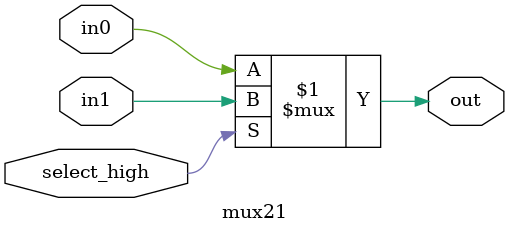
<source format=v>
module mux21
(
  output wire out,
  input wire select_high,
  input wire in1,
  input wire in0
);
assign out = select_high ? in1 : in0;
// noconn in0
// noconn in1
// noconn select_high
// noconn out
endmodule

</source>
